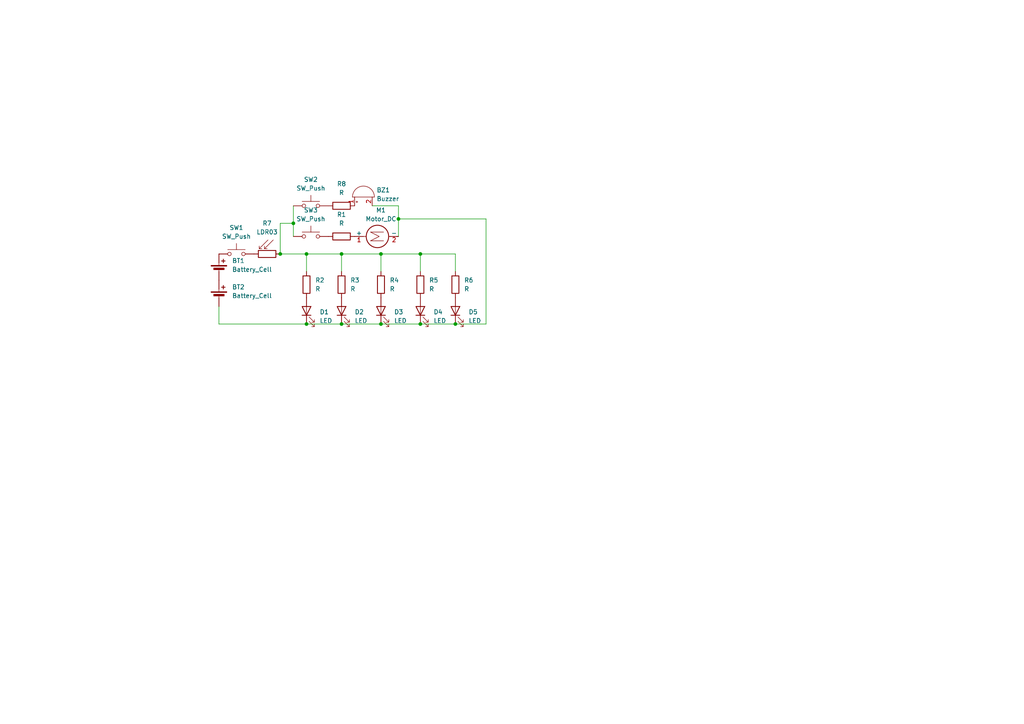
<source format=kicad_sch>
(kicad_sch (version 20250114) (generator "eeschema") (generator_version "9.0")
  (paper "A4")
  (lib_symbols
    (symbol "Device:Battery_Cell" (pin_numbers (hide yes)) (pin_names (offset 0) (hide yes))
      (property "Reference" "BT" (at 2.54 2.54 0))
      (property "Value" "Battery_Cell" (at 2.54 0 0))
      (symbol "Battery_Cell_0_1"
        (rectangle (start -2.286 1.778) (end 2.286 1.524) (fill (type outline)))
        (rectangle (start -1.524 1.016) (end 1.524 0.508) (fill (type outline)))
        (polyline (pts (xy 0 1.778) (xy 0 2.54)))
        (polyline (pts (xy 0 0.762) (xy 0 0)))
        (polyline (pts (xy 0.762 3.048) (xy 1.778 3.048)) (stroke (width 0.254)))
        (polyline (pts (xy 1.27 3.556) (xy 1.27 2.54)) (stroke (width 0.254)))
      )
      (symbol "Battery_Cell_1_1"
        (pin passive line (at 0 5.08 270) (length 2.54) (name "+") (number "1"))
        (pin passive line (at 0 -2.54 90) (length 2.54) (name "-") (number "2"))
      )
    )
    (symbol "Device:Buzzer" (pin_names (offset 0.0254) (hide yes))
      (property "Reference" "BZ" (at 3.81 1.27 0))
      (property "Value" "Buzzer" (at 3.81 -1.27 0))
      (symbol "Buzzer_0_1"
        (polyline (pts (xy -1.651 1.905) (xy -1.143 1.905)))
        (polyline (pts (xy -1.397 2.159) (xy -1.397 1.651)))
        (arc (start 0 3.175) (mid 3.1612 0) (end 0 -3.175))
        (polyline (pts (xy 0 3.175) (xy 0 -3.175)))
      )
      (symbol "Buzzer_1_1"
        (pin passive line (at -2.54 2.54 0) (length 2.54) (name "+") (number "1"))
        (pin passive line (at -2.54 -2.54 0) (length 2.54) (name "-") (number "2"))
      )
    )
    (symbol "Device:LED" (pin_numbers (hide yes)) (pin_names (offset 1.016) (hide yes))
      (property "Reference" "D" (at 0 2.54 0))
      (property "Value" "LED" (at 0 -2.54 0))
      (symbol "LED_0_1"
        (polyline (pts (xy -3.048 -0.762) (xy -4.572 -2.286) (xy -3.81 -2.286) (xy -4.572 -2.286) (xy -4.572 -1.524)))
        (polyline (pts (xy -1.778 -0.762) (xy -3.302 -2.286) (xy -2.54 -2.286) (xy -3.302 -2.286) (xy -3.302 -1.524)))
        (polyline (pts (xy -1.27 0) (xy 1.27 0)))
        (polyline (pts (xy -1.27 -1.27) (xy -1.27 1.27)) (stroke (width 0.254)))
        (polyline (pts (xy 1.27 -1.27) (xy 1.27 1.27) (xy -1.27 0) (xy 1.27 -1.27)) (stroke (width 0.254)))
      )
      (symbol "LED_1_1"
        (pin passive line (at -3.81 0 0) (length 2.54) (name "K") (number "1"))
        (pin passive line (at 3.81 0 180) (length 2.54) (name "A") (number "2"))
      )
    )
    (symbol "Device:R" (pin_numbers (hide yes)) (pin_names (offset 0))
      (property "Reference" "R" (at 2.032 0 90))
      (property "Value" "R" (at 0 0 90))
      (symbol "R_0_1"
        (rectangle (start -1.016 -2.54) (end 1.016 2.54) (stroke (width 0.254)))
      )
      (symbol "R_1_1"
        (pin passive line (at 0 3.81 270) (length 1.27) (name "~") (number "1"))
        (pin passive line (at 0 -3.81 90) (length 1.27) (name "~") (number "2"))
      )
    )
    (symbol "Motor:Motor_DC" (pin_names (offset 0))
      (property "Reference" "M" (at 2.54 2.54 0))
      (property "Value" "Motor_DC" (at 2.54 -5.08 0))
      (symbol "Motor_DC_0_0"
        (polyline (pts (xy -1.27 -3.302) (xy -1.27 0.508) (xy 0 -2.032) (xy 1.27 0.508) (xy 1.27 -3.302)))
      )
      (symbol "Motor_DC_0_1"
        (polyline (pts (xy 0 2.032) (xy 0 2.54)))
        (polyline (pts (xy 0 1.7272) (xy 0 2.0828)))
        (circle (center 0 -1.524) (radius 3.2512) (stroke (width 0.254)))
        (polyline (pts (xy 0 -4.7752) (xy 0 -5.1816)))
        (polyline (pts (xy 0 -7.62) (xy 0 -7.112)))
      )
      (symbol "Motor_DC_1_1"
        (pin passive line (at 0 5.08 270) (length 2.54) (name "+") (number "1"))
        (pin passive line (at 0 -7.62 90) (length 2.54) (name "-") (number "2"))
      )
    )
    (symbol "Sensor_Optical:LDR03" (pin_numbers (hide yes)) (pin_names (offset 0))
      (property "Reference" "R" (at -5.08 0 90))
      (property "Value" "LDR03" (at 1.905 0 90))
      (symbol "LDR03_0_1"
        (polyline (pts (xy -1.524 -0.762) (xy -4.064 1.778)))
        (polyline (pts (xy -1.524 -0.762) (xy -2.286 -0.762)))
        (polyline (pts (xy -1.524 -0.762) (xy -1.524 0)))
        (polyline (pts (xy -1.524 -2.286) (xy -4.064 0.254)))
        (polyline (pts (xy -1.524 -2.286) (xy -2.286 -2.286)))
        (polyline (pts (xy -1.524 -2.286) (xy -1.524 -1.524)))
        (rectangle (start -1.016 2.54) (end 1.016 -2.54) (stroke (width 0.254)))
      )
      (symbol "LDR03_1_1"
        (pin passive line (at 0 3.81 270) (length 1.27) (name "~") (number "1"))
        (pin passive line (at 0 -3.81 90) (length 1.27) (name "~") (number "2"))
      )
    )
    (symbol "Switch:SW_Push" (pin_numbers (hide yes)) (pin_names (offset 1.016) (hide yes))
      (property "Reference" "SW" (at 1.27 2.54 0))
      (property "Value" "SW_Push" (at 0 -1.524 0))
      (symbol "SW_Push_0_1"
        (circle (center -2.032 0) (radius 0.508))
        (polyline (pts (xy 0 1.27) (xy 0 3.048)))
        (circle (center 2.032 0) (radius 0.508))
        (polyline (pts (xy 2.54 1.27) (xy -2.54 1.27)))
        (pin passive line (at -5.08 0 0) (length 2.54) (name "1") (number "1"))
        (pin passive line (at 5.08 0 180) (length 2.54) (name "2") (number "2"))
      )
    )
  )
  (junction (at 132.08 93.98))
  (junction (at 121.92 93.98))
  (junction (at 99.06 93.98))
  (junction (at 110.49 73.66))
  (junction (at 121.92 73.66))
  (junction (at 99.06 73.66))
  (junction (at 88.9 73.66))
  (junction (at 81.28 73.66))
  (junction (at 115.57 63.5))
  (junction (at 88.9 93.98))
  (junction (at 110.49 93.98))
  (junction (at 85.09 64.77))
  (wire (pts (xy 107.95 59.69) (xy 115.57 59.69)))
  (wire (pts (xy 140.97 93.98) (xy 132.08 93.98)))
  (wire (pts (xy 110.49 73.66) (xy 121.92 73.66)))
  (wire (pts (xy 81.28 64.77) (xy 85.09 64.77)))
  (wire (pts (xy 63.5 88.9) (xy 63.5 93.98)))
  (wire (pts (xy 121.92 73.66) (xy 121.92 78.74)))
  (wire (pts (xy 132.08 73.66) (xy 132.08 78.74)))
  (wire (pts (xy 121.92 73.66) (xy 132.08 73.66)))
  (wire (pts (xy 110.49 73.66) (xy 110.49 78.74)))
  (wire (pts (xy 140.97 63.5) (xy 140.97 93.98)))
  (wire (pts (xy 110.49 93.98) (xy 121.92 93.98)))
  (wire (pts (xy 121.92 93.98) (xy 132.08 93.98)))
  (wire (pts (xy 99.06 73.66) (xy 99.06 78.74)))
  (wire (pts (xy 99.06 93.98) (xy 110.49 93.98)))
  (wire (pts (xy 115.57 59.69) (xy 115.57 63.5)))
  (wire (pts (xy 99.06 73.66) (xy 110.49 73.66)))
  (wire (pts (xy 85.09 64.77) (xy 85.09 68.58)))
  (wire (pts (xy 115.57 63.5) (xy 140.97 63.5)))
  (wire (pts (xy 88.9 93.98) (xy 63.5 93.98)))
  (wire (pts (xy 88.9 73.66) (xy 88.9 78.74)))
  (wire (pts (xy 85.09 59.69) (xy 85.09 64.77)))
  (wire (pts (xy 115.57 63.5) (xy 115.57 68.58)))
  (wire (pts (xy 88.9 93.98) (xy 99.06 93.98)))
  (wire (pts (xy 81.28 73.66) (xy 88.9 73.66)))
  (wire (pts (xy 88.9 73.66) (xy 99.06 73.66)))
  (wire (pts (xy 81.28 73.66) (xy 81.28 64.77)))
  (symbol (lib_id "Device:R") (at 132.08 82.55 0) (unit 1)
    (property "Reference" "R6" (at 134.62 81.2799 0) (effects (justify left)))
    (property "Value" "R" (at 134.62 83.8199 0) (effects (justify left)))
    (property "Footprint" "Resistor_THT:R_Axial_DIN0207_L6.3mm_D2.5mm_P7.62mm_Horizontal" (effects (hide yes)))
    (property "Description" "Resistor" (effects (hide yes)))
  )
  (symbol (lib_id "Device:R") (at 88.9 82.55 0) (unit 1)
    (property "Reference" "R2" (at 91.44 81.2799 0) (effects (justify left)))
    (property "Value" "R" (at 91.44 83.8199 0) (effects (justify left)))
    (property "Footprint" "Resistor_THT:R_Axial_DIN0207_L6.3mm_D2.5mm_P7.62mm_Horizontal" (effects (hide yes)))
    (property "Description" "Resistor" (effects (hide yes)))
  )
  (symbol (lib_id "Device:LED") (at 88.9 90.17 90) (unit 1)
    (property "Reference" "D1" (at 92.71 90.4874 90) (effects (justify right)))
    (property "Value" "LED" (at 92.71 93.0274 90) (effects (justify right)))
    (property "Footprint" "LED_THT:LED_D5.0mm" (effects (hide yes)))
    (property "Description" "Light emitting diode" (effects (hide yes)))
    (property "Sim.Pins" "1=K 2=A" (effects (hide yes)))
  )
  (symbol (lib_id "Device:Battery_Cell") (at 63.5 78.74 0) (unit 1)
    (property "Reference" "BT1" (at 67.31 75.6284 0) (effects (justify left)))
    (property "Value" "Battery_Cell" (at 67.31 78.1684 0) (effects (justify left)))
    (property "Footprint" "Battery:BatteryHolder_Keystone_3034_1x20mm" (effects (hide yes)))
    (property "Description" "Single-cell battery" (effects (hide yes)))
  )
  (symbol (lib_id "Device:Battery_Cell") (at 63.5 86.36 0) (unit 1)
    (property "Reference" "BT2" (at 67.31 83.2484 0) (effects (justify left)))
    (property "Value" "Battery_Cell" (at 67.31 85.7884 0) (effects (justify left)))
    (property "Footprint" "Battery:BatteryHolder_Keystone_3034_1x20mm" (effects (hide yes)))
    (property "Description" "Single-cell battery" (effects (hide yes)))
  )
  (symbol (lib_id "Device:LED") (at 121.92 90.17 90) (unit 1)
    (property "Reference" "D4" (at 125.73 90.4874 90) (effects (justify right)))
    (property "Value" "LED" (at 125.73 93.0274 90) (effects (justify right)))
    (property "Footprint" "LED_THT:LED_D5.0mm" (effects (hide yes)))
    (property "Description" "Light emitting diode" (effects (hide yes)))
    (property "Sim.Pins" "1=K 2=A" (effects (hide yes)))
  )
  (symbol (lib_id "Device:R") (at 99.06 68.58 90) (unit 1)
    (property "Reference" "R1" (at 99.06 62.23 90))
    (property "Value" "R" (at 99.06 64.77 90))
    (property "Footprint" "Resistor_THT:R_Axial_DIN0207_L6.3mm_D2.5mm_P7.62mm_Horizontal" (effects (hide yes)))
    (property "Description" "Resistor" (effects (hide yes)))
  )
  (symbol (lib_id "Device:LED") (at 99.06 90.17 90) (unit 1)
    (property "Reference" "D2" (at 102.87 90.4874 90) (effects (justify right)))
    (property "Value" "LED" (at 102.87 93.0274 90) (effects (justify right)))
    (property "Footprint" "LED_THT:LED_D5.0mm" (effects (hide yes)))
    (property "Description" "Light emitting diode" (effects (hide yes)))
    (property "Sim.Pins" "1=K 2=A" (effects (hide yes)))
  )
  (symbol (lib_id "Device:LED") (at 132.08 90.17 90) (unit 1)
    (property "Reference" "D5" (at 135.89 90.4874 90) (effects (justify right)))
    (property "Value" "LED" (at 135.89 93.0274 90) (effects (justify right)))
    (property "Footprint" "LED_THT:LED_D5.0mm" (effects (hide yes)))
    (property "Description" "Light emitting diode" (effects (hide yes)))
    (property "Sim.Pins" "1=K 2=A" (effects (hide yes)))
  )
  (symbol (lib_id "Motor:Motor_DC") (at 107.95 68.58 90) (unit 1)
    (property "Reference" "M1" (at 110.49 60.96 90))
    (property "Value" "Motor_DC" (at 110.49 63.5 90))
    (property "Footprint" "Connector_PinHeader_2.54mm:PinHeader_1x02_P2.54mm_Vertical" (effects (hide yes)))
    (property "Description" "DC Motor" (effects (hide yes)))
  )
  (symbol (lib_id "Sensor_Optical:LDR03") (at 77.47 73.66 270) (unit 1)
    (property "Reference" "R7" (at 77.47 64.77 90))
    (property "Value" "LDR03" (at 77.47 67.31 90))
    (property "Footprint" "OptoDevice:R_LDR_5.1x4.3mm_P3.4mm_Vertical" (effects (hide yes)))
    (property "Datasheet" "http://www.elektronica-componenten.nl/WebRoot/StoreNL/Shops/61422969/54F1/BA0C/C664/31B9/2173/C0A8/2AB9/2AEF/LDR03IMP.pdf" (effects (hide yes)))
    (property "Description" "light dependent resistor" (effects (hide yes)))
  )
  (symbol (lib_id "Switch:SW_Push") (at 90.17 59.69 0) (unit 1)
    (property "Reference" "SW2" (at 90.17 52.07 0))
    (property "Value" "SW_Push" (at 90.17 54.61 0))
    (property "Footprint" "Button_Switch_THT:SW_PUSH_6mm" (effects (hide yes)))
    (property "Description" "Push button switch, generic, two pins" (effects (hide yes)))
  )
  (symbol (lib_id "Device:Buzzer") (at 105.41 57.15 90) (unit 1)
    (property "Reference" "BZ1" (at 109.22 55.1248 90) (effects (justify right)))
    (property "Value" "Buzzer" (at 109.22 57.6648 90) (effects (justify right)))
    (property "Footprint" "Buzzer_Beeper:MagneticBuzzer_ProSignal_ABI-009-RC" (effects (hide yes)))
    (property "Description" "Buzzer, polarized" (effects (hide yes)))
  )
  (symbol (lib_id "Switch:SW_Push") (at 68.58 73.66 0) (unit 1)
    (property "Reference" "SW1" (at 68.58 66.04 0))
    (property "Value" "SW_Push" (at 68.58 68.58 0))
    (property "Footprint" "Button_Switch_THT:SW_PUSH_6mm" (effects (hide yes)))
    (property "Description" "Push button switch, generic, two pins" (effects (hide yes)))
  )
  (symbol (lib_id "Switch:SW_Push") (at 90.17 68.58 0) (unit 1)
    (property "Reference" "SW3" (at 90.17 60.96 0))
    (property "Value" "SW_Push" (at 90.17 63.5 0))
    (property "Footprint" "Button_Switch_THT:SW_PUSH_6mm" (effects (hide yes)))
    (property "Description" "Push button switch, generic, two pins" (effects (hide yes)))
  )
  (symbol (lib_id "Device:R") (at 99.06 82.55 0) (unit 1)
    (property "Reference" "R3" (at 101.6 81.2799 0) (effects (justify left)))
    (property "Value" "R" (at 101.6 83.8199 0) (effects (justify left)))
    (property "Footprint" "Resistor_THT:R_Axial_DIN0207_L6.3mm_D2.5mm_P7.62mm_Horizontal" (effects (hide yes)))
    (property "Description" "Resistor" (effects (hide yes)))
  )
  (symbol (lib_id "Device:LED") (at 110.49 90.17 90) (unit 1)
    (property "Reference" "D3" (at 114.3 90.4874 90) (effects (justify right)))
    (property "Value" "LED" (at 114.3 93.0274 90) (effects (justify right)))
    (property "Footprint" "LED_THT:LED_D5.0mm" (effects (hide yes)))
    (property "Description" "Light emitting diode" (effects (hide yes)))
    (property "Sim.Pins" "1=K 2=A" (effects (hide yes)))
  )
  (symbol (lib_id "Device:R") (at 110.49 82.55 0) (unit 1)
    (property "Reference" "R4" (at 113.03 81.2799 0) (effects (justify left)))
    (property "Value" "R" (at 113.03 83.8199 0) (effects (justify left)))
    (property "Footprint" "Resistor_THT:R_Axial_DIN0207_L6.3mm_D2.5mm_P7.62mm_Horizontal" (effects (hide yes)))
    (property "Description" "Resistor" (effects (hide yes)))
  )
  (symbol (lib_id "Device:R") (at 121.92 82.55 0) (unit 1)
    (property "Reference" "R5" (at 124.46 81.2799 0) (effects (justify left)))
    (property "Value" "R" (at 124.46 83.8199 0) (effects (justify left)))
    (property "Footprint" "Resistor_THT:R_Axial_DIN0207_L6.3mm_D2.5mm_P7.62mm_Horizontal" (effects (hide yes)))
    (property "Description" "Resistor" (effects (hide yes)))
  )
  (symbol (lib_id "Device:R") (at 99.06 59.69 90) (unit 1)
    (property "Reference" "R8" (at 99.06 53.34 90))
    (property "Value" "R" (at 99.06 55.88 90))
    (property "Footprint" "Resistor_THT:R_Axial_DIN0207_L6.3mm_D2.5mm_P7.62mm_Horizontal" (effects (hide yes)))
    (property "Description" "Resistor" (effects (hide yes)))
  )
)
</source>
